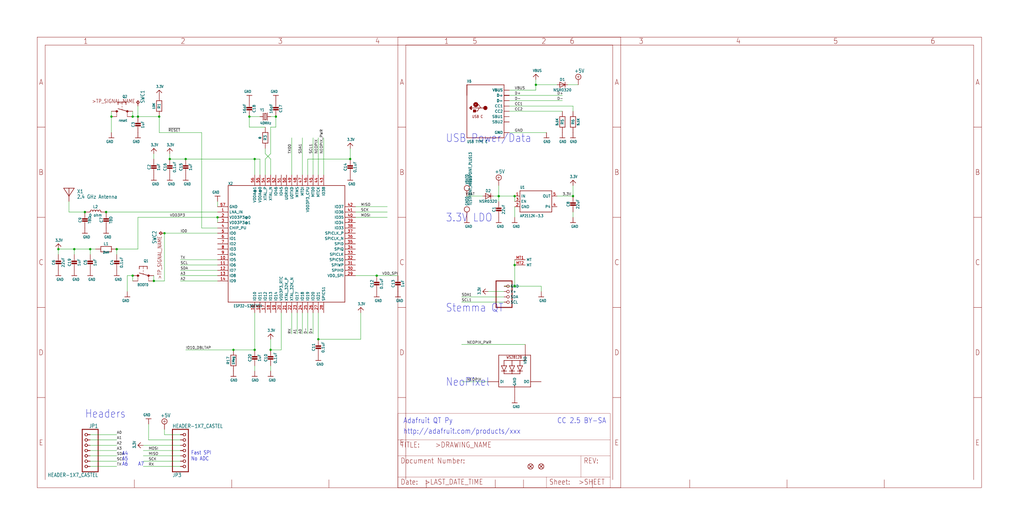
<source format=kicad_sch>
(kicad_sch (version 20211123) (generator eeschema)
  (paper "User" 490.22 254.406)
  (lib_symbols
    (symbol "eagleSchem-eagle-import:+5V" (power)
      (property "Value" "+5V" (at -1.905 3.175 0))
      (symbol "+5V_1_0"
        (pin power_in line (at 0 -2.54 90) (length 2.54) (name "+5V") (number "1"))
      )
    )
    (symbol "eagleSchem-eagle-import:3.3V" (power)
      (property "Value" "3.3V" (at -1.524 1.016 0))
      (symbol "3.3V_1_0"
        (pin power_in line (at 0 -2.54 90) (length 2.54) (name "3.3V") (number "1"))
      )
    )
    (symbol "eagleSchem-eagle-import:ANTENNA_JOHANSON_2450AT18B100"
      (property "Reference" "X" (at 3.81 1.27 0))
      (property "Value" "ANTENNA_JOHANSON_2450AT18B100" (at 3.81 -1.27 0))
      (symbol "ANTENNA_JOHANSON_2450AT18B100_1_0"
        (pin passive line (at 0 -2.54 90) (length 2.54) (name "P$1") (number "FP"))
      )
    )
    (symbol "eagleSchem-eagle-import:CAP_CERAMIC0805-NOOUTLINE"
      (property "Reference" "C" (at -2.29 1.25 90))
      (property "Value" "CAP_CERAMIC0805-NOOUTLINE" (at 2.3 1.25 90))
      (symbol "CAP_CERAMIC0805-NOOUTLINE_1_0"
        (pin passive line (at 0 5.08 270) (length 2.54) (name "1") (number "1"))
        (pin passive line (at 0 -2.54 90) (length 2.54) (name "2") (number "2"))
      )
    )
    (symbol "eagleSchem-eagle-import:CAP_CERAMIC_0402NO"
      (property "Reference" "C" (at -2.29 1.25 90))
      (property "Value" "CAP_CERAMIC_0402NO" (at 2.3 1.25 90))
      (symbol "CAP_CERAMIC_0402NO_1_0"
        (pin passive line (at 0 5.08 270) (length 2.54) (name "1") (number "1"))
        (pin passive line (at 0 -2.54 90) (length 2.54) (name "2") (number "2"))
      )
    )
    (symbol "eagleSchem-eagle-import:CRYSTAL_2X1.6MM"
      (property "Reference" "Y" (at -2.54 2.54 0))
      (property "Value" "CRYSTAL_2X1.6MM" (at -2.54 -3.81 0))
      (symbol "CRYSTAL_2X1.6MM_1_0"
        (pin passive line (at -2.54 0 0) (length 0) (name "1") (number "1"))
        (pin passive line (at 2.54 0 180) (length 0) (name "2") (number "3"))
      )
    )
    (symbol "eagleSchem-eagle-import:DIODE_SOD323MINI"
      (property "Reference" "D" (at 0 2.54 0))
      (property "Value" "DIODE_SOD323MINI" (at 0 -2.5 0))
      (symbol "DIODE_SOD323MINI_1_0"
        (pin passive line (at -2.54 0 0) (length 2.54) (name "A") (number "A"))
        (pin passive line (at 2.54 0 180) (length 2.54) (name "C") (number "C"))
      )
    )
    (symbol "eagleSchem-eagle-import:ESP32-S3QFN54"
      (property "Reference" "X" (at -27.94 28.194 0))
      (property "Value" "ESP32-S3QFN54" (at -25.4 -30.48 0))
      (symbol "ESP32-S3QFN54_1_0"
        (pin bidirectional line (at -33.02 15.24 0) (length 5.08) (name "LNA_IN") (number "1"))
        (pin bidirectional line (at -33.02 -7.62 0) (length 5.08) (name "IO5") (number "10"))
        (pin bidirectional line (at -33.02 -10.16 0) (length 5.08) (name "IO6") (number "11"))
        (pin bidirectional line (at -33.02 -12.7 0) (length 5.08) (name "IO7") (number "12"))
        (pin bidirectional line (at -33.02 -15.24 0) (length 5.08) (name "IO8") (number "13"))
        (pin bidirectional line (at -33.02 -17.78 0) (length 5.08) (name "IO9") (number "14"))
        (pin bidirectional line (at -15.24 -33.02 90) (length 5.08) (name "IO10") (number "15"))
        (pin bidirectional line (at -12.7 -33.02 90) (length 5.08) (name "IO11") (number "16"))
        (pin bidirectional line (at -10.16 -33.02 90) (length 5.08) (name "IO12") (number "17"))
        (pin bidirectional line (at -7.62 -33.02 90) (length 5.08) (name "IO13") (number "18"))
        (pin bidirectional line (at -5.08 -33.02 90) (length 5.08) (name "IO14") (number "19"))
        (pin power_in line (at -33.02 12.7 0) (length 5.08) (name "VDD3P3@0") (number "2"))
        (pin power_in line (at -2.54 -33.02 90) (length 5.08) (name "VDD3P3_RTC") (number "20"))
        (pin bidirectional line (at 0 -33.02 90) (length 5.08) (name "XTAL_32K_P") (number "21"))
        (pin bidirectional line (at 2.54 -33.02 90) (length 5.08) (name "XTAL_32K_N") (number "22"))
        (pin bidirectional line (at 5.08 -33.02 90) (length 5.08) (name "IO17") (number "23"))
        (pin bidirectional line (at 7.62 -33.02 90) (length 5.08) (name "IO18") (number "24"))
        (pin bidirectional line (at 10.16 -33.02 90) (length 5.08) (name "IO19") (number "25"))
        (pin bidirectional line (at 12.7 -33.02 90) (length 5.08) (name "IO20") (number "26"))
        (pin bidirectional line (at 15.24 -33.02 90) (length 5.08) (name "IO21") (number "27"))
        (pin bidirectional line (at 17.78 -33.02 90) (length 5.08) (name "SPICS1") (number "28"))
        (pin power_in line (at 33.02 -15.24 180) (length 5.08) (name "VDD_SPI") (number "29"))
        (pin power_in line (at -33.02 10.16 0) (length 5.08) (name "VDD3P3@1") (number "3"))
        (pin bidirectional line (at 33.02 -12.7 180) (length 5.08) (name "SPIHD") (number "30"))
        (pin bidirectional line (at 33.02 -10.16 180) (length 5.08) (name "SPIWP") (number "31"))
        (pin bidirectional line (at 33.02 -7.62 180) (length 5.08) (name "SPICS0") (number "32"))
        (pin bidirectional line (at 33.02 -5.08 180) (length 5.08) (name "SPICLK") (number "33"))
        (pin bidirectional line (at 33.02 -2.54 180) (length 5.08) (name "SPIQ") (number "34"))
        (pin bidirectional line (at 33.02 0 180) (length 5.08) (name "SPID") (number "35"))
        (pin bidirectional line (at 33.02 2.54 180) (length 5.08) (name "SPICLK_N") (number "36"))
        (pin bidirectional line (at 33.02 5.08 180) (length 5.08) (name "SPICLK_P") (number "37"))
        (pin bidirectional line (at 33.02 7.62 180) (length 5.08) (name "IO33") (number "38"))
        (pin bidirectional line (at 33.02 10.16 180) (length 5.08) (name "IO34") (number "39"))
        (pin input line (at -33.02 7.62 0) (length 5.08) (name "CHIP_PU") (number "4"))
        (pin bidirectional line (at 33.02 12.7 180) (length 5.08) (name "IO35") (number "40"))
        (pin bidirectional line (at 33.02 15.24 180) (length 5.08) (name "IO36") (number "41"))
        (pin bidirectional line (at 33.02 17.78 180) (length 5.08) (name "IO37") (number "42"))
        (pin bidirectional line (at 17.78 33.02 270) (length 5.08) (name "IO38") (number "43"))
        (pin bidirectional line (at 15.24 33.02 270) (length 5.08) (name "MTCK") (number "44"))
        (pin bidirectional line (at 12.7 33.02 270) (length 5.08) (name "MTD0") (number "45"))
        (pin power_in line (at 10.16 33.02 270) (length 5.08) (name "VDD3P3_CPU") (number "46"))
        (pin bidirectional line (at 7.62 33.02 270) (length 5.08) (name "MTDI") (number "47"))
        (pin bidirectional line (at 5.08 33.02 270) (length 5.08) (name "MTMS") (number "48"))
        (pin bidirectional line (at 2.54 33.02 270) (length 5.08) (name "U0TXD") (number "49"))
        (pin bidirectional line (at -33.02 5.08 0) (length 5.08) (name "IO0") (number "5"))
        (pin bidirectional line (at 0 33.02 270) (length 5.08) (name "U0RXD") (number "50"))
        (pin bidirectional line (at -2.54 33.02 270) (length 5.08) (name "IO45") (number "51"))
        (pin input line (at -5.08 33.02 270) (length 5.08) (name "IO46") (number "52"))
        (pin bidirectional line (at -7.62 33.02 270) (length 5.08) (name "XTAL_N") (number "53"))
        (pin bidirectional line (at -10.16 33.02 270) (length 5.08) (name "XTAL_P") (number "54"))
        (pin power_in line (at -12.7 33.02 270) (length 5.08) (name "VDDA@0") (number "55"))
        (pin power_in line (at -15.24 33.02 270) (length 5.08) (name "VDDA@1") (number "56"))
        (pin power_in line (at -33.02 17.78 0) (length 5.08) (name "GND") (number "57"))
        (pin bidirectional line (at -33.02 2.54 0) (length 5.08) (name "IO1") (number "6"))
        (pin bidirectional line (at -33.02 0 0) (length 5.08) (name "IO2") (number "7"))
        (pin bidirectional line (at -33.02 -2.54 0) (length 5.08) (name "IO3") (number "8"))
        (pin bidirectional line (at -33.02 -5.08 0) (length 5.08) (name "IO4") (number "9"))
      )
    )
    (symbol "eagleSchem-eagle-import:FIDUCIAL_1MM")
    (symbol "eagleSchem-eagle-import:FRAME_A_L"
      (symbol "FRAME_A_L_0_0"
        (text "1" (at 23.2833 213.995 0) (effects (font (size 2.54 2.286))))
        (text "2" (at 69.85 213.995 0) (effects (font (size 2.54 2.286))))
        (text "3" (at 116.4167 213.995 0) (effects (font (size 2.54 2.286))))
        (text "4" (at 162.9833 213.995 0) (effects (font (size 2.54 2.286))))
        (text "5" (at 209.55 213.995 0) (effects (font (size 2.54 2.286))))
        (text "6" (at 256.1167 213.995 0) (effects (font (size 2.54 2.286))))
        (text "A" (at 1.905 194.31 0) (effects (font (size 2.54 2.286))))
        (text "A" (at 277.495 194.31 0) (effects (font (size 2.54 2.286))))
        (text "B" (at 1.905 151.13 0) (effects (font (size 2.54 2.286))))
        (text "B" (at 277.495 151.13 0) (effects (font (size 2.54 2.286))))
        (text "C" (at 1.905 107.95 0) (effects (font (size 2.54 2.286))))
        (text "C" (at 277.495 107.95 0) (effects (font (size 2.54 2.286))))
        (text "D" (at 1.905 64.77 0) (effects (font (size 2.54 2.286))))
        (text "D" (at 277.495 64.77 0) (effects (font (size 2.54 2.286))))
        (text "E" (at 1.905 21.59 0) (effects (font (size 2.54 2.286))))
        (text "E" (at 277.495 21.59 0) (effects (font (size 2.54 2.286))))
      )
      (symbol "FRAME_A_L_2_0"
        (text ">DRAWING_NAME" (at 17.78 19.05 0) (effects (font (size 2.54 2.159)) (justify left bottom)))
        (text ">LAST_DATE_TIME" (at 12.7 1.27 0) (effects (font (size 2.54 2.159)) (justify left bottom)))
        (text ">SHEET" (at 86.36 1.27 0) (effects (font (size 2.54 2.159)) (justify left bottom)))
        (text "Date:" (at 1.27 1.27 0) (effects (font (size 2.54 2.159)) (justify left bottom)))
        (text "Document Number:" (at 1.27 11.43 0) (effects (font (size 2.54 2.159)) (justify left bottom)))
        (text "REV:" (at 88.9 11.43 0) (effects (font (size 2.54 2.159)) (justify left bottom)))
        (text "Sheet:" (at 72.39 1.27 0) (effects (font (size 2.54 2.159)) (justify left bottom)))
        (text "TITLE:" (at 1.27 19.05 0) (effects (font (size 2.54 2.159)) (justify left bottom)))
      )
    )
    (symbol "eagleSchem-eagle-import:GND" (power)
      (property "Value" "GND" (at -1.524 -2.54 0))
      (symbol "GND_1_0"
        (pin power_in line (at 0 2.54 270) (length 2.54) (name "GND") (number "1"))
      )
    )
    (symbol "eagleSchem-eagle-import:HEADER-1X7_CASTEL"
      (property "Reference" "JP" (at -6.35 10.795 0))
      (property "Value" "HEADER-1X7_CASTEL" (at -6.35 -12.7 0))
      (symbol "HEADER-1X7_CASTEL_1_0"
        (pin passive inverted (at -2.54 7.62 0) (length 2.54) (name "1") (number "1"))
        (pin passive inverted (at -2.54 7.62 0) (length 2.54) (name "1") (number "1C"))
        (pin passive inverted (at -2.54 5.08 0) (length 2.54) (name "2") (number "2"))
        (pin passive inverted (at -2.54 5.08 0) (length 2.54) (name "2") (number "2C"))
        (pin passive inverted (at -2.54 2.54 0) (length 2.54) (name "3") (number "3"))
        (pin passive inverted (at -2.54 2.54 0) (length 2.54) (name "3") (number "3C"))
        (pin passive inverted (at -2.54 0 0) (length 2.54) (name "4") (number "4"))
        (pin passive inverted (at -2.54 0 0) (length 2.54) (name "4") (number "4C"))
        (pin passive inverted (at -2.54 -2.54 0) (length 2.54) (name "5") (number "5"))
        (pin passive inverted (at -2.54 -2.54 0) (length 2.54) (name "5") (number "5C"))
        (pin passive inverted (at -2.54 -5.08 0) (length 2.54) (name "6") (number "6"))
        (pin passive inverted (at -2.54 -5.08 0) (length 2.54) (name "6") (number "6C"))
        (pin passive inverted (at -2.54 -7.62 0) (length 2.54) (name "7") (number "7"))
        (pin passive inverted (at -2.54 -7.62 0) (length 2.54) (name "7") (number "7C"))
      )
    )
    (symbol "eagleSchem-eagle-import:INDUCTOR_0402"
      (property "Reference" "L" (at 0 2.54 0))
      (property "Value" "INDUCTOR_0402" (at 0 -1.54 0))
      (symbol "INDUCTOR_0402_1_0"
        (pin passive line (at -5.08 0 0) (length 2.54) (name "1") (number "1"))
        (pin passive line (at 5.08 0 180) (length 2.54) (name "2") (number "2"))
      )
    )
    (symbol "eagleSchem-eagle-import:RESISTOR_0402NO"
      (property "Reference" "R" (at 0 2.54 0))
      (property "Value" "RESISTOR_0402NO" (at 0 0 0))
      (symbol "RESISTOR_0402NO_1_0"
        (pin passive line (at -5.08 0 0) (length 2.54) (name "1") (number "1"))
        (pin passive line (at 5.08 0 180) (length 2.54) (name "2") (number "2"))
      )
    )
    (symbol "eagleSchem-eagle-import:STEMMA_I2C_QTSKINNY"
      (symbol "STEMMA_I2C_QTSKINNY_1_0"
        (pin passive inverted (at 0 5.08 0) (length 2.54) (name "GND") (number "1"))
        (pin passive inverted (at 0 2.54 0) (length 2.54) (name "V+") (number "2"))
        (pin passive inverted (at 0 0 0) (length 2.54) (name "SDA") (number "3"))
        (pin passive inverted (at 0 -2.54 0) (length 2.54) (name "SCL") (number "4"))
      )
      (symbol "STEMMA_I2C_QTSKINNY_2_0"
        (pin bidirectional line (at 0 0 0) (length 5.08) (name "MT") (number "MT1"))
      )
      (symbol "STEMMA_I2C_QTSKINNY_3_0"
        (pin bidirectional line (at 0 0 0) (length 5.08) (name "MT") (number "MT2"))
      )
    )
    (symbol "eagleSchem-eagle-import:SWITCH_TACT_SMT4.6X2.8"
      (property "Reference" "SW" (at -2.54 6.35 0))
      (property "Value" "SWITCH_TACT_SMT4.6X2.8" (at -2.54 -5.08 0))
      (symbol "SWITCH_TACT_SMT4.6X2.8_1_0"
        (pin passive line (at -5.08 0 0) (length 2.54) (name "P") (number "A"))
        (pin passive line (at -5.08 -2.54 0) (length 2.54) (name "P1") (number "A'"))
        (pin passive line (at 5.08 0 180) (length 2.54) (name "S") (number "B"))
        (pin passive line (at 5.08 -2.54 180) (length 2.54) (name "S1") (number "B'"))
      )
    )
    (symbol "eagleSchem-eagle-import:TESTPOINT_MINUS"
      (property "Reference" "TP" (at 0 5.588 90))
      (property "Value" "TESTPOINT_MINUS" (at 1.651 5.588 90))
      (symbol "TESTPOINT_MINUS_1_0"
        (pin bidirectional line (at 0 0 90) (length 2.54) (name "P$1") (number "P$1"))
      )
    )
    (symbol "eagleSchem-eagle-import:TESTPOINT_PLUS13"
      (property "Reference" "TP" (at 0 5.588 90))
      (property "Value" "TESTPOINT_PLUS13" (at 1.651 5.588 90))
      (symbol "TESTPOINT_PLUS13_1_0"
        (pin bidirectional line (at 0 0 90) (length 2.54) (name "P$1") (number "P$1"))
      )
    )
    (symbol "eagleSchem-eagle-import:TPB1,27"
      (property "Reference" "TP" (at -1.27 1.27 0))
      (symbol "TPB1,27_1_0"
        (text ">TP_SIGNAL_NAME" (at 1.27 -1.27 0) (effects (font (size 1.778 1.5113)) (justify left bottom)))
        (pin input line (at 0 -2.54 90) (length 2.54) (name "TP") (number "TP"))
      )
    )
    (symbol "eagleSchem-eagle-import:USB_C"
      (property "Reference" "X" (at -10.16 13.716 0))
      (property "Value" "USB_C" (at -10.16 -15.24 0))
      (symbol "USB_C_1_0"
        (text "USB C" (at -5.08 -2.54 0) (effects (font (size 1.27 1.0795))))
        (pin power_in line (at 10.16 -10.16 180) (length 2.54) (name "GND") (number "A1B12"))
        (pin power_in line (at 10.16 10.16 180) (length 2.54) (name "VBUS") (number "A4B9"))
        (pin bidirectional line (at 10.16 2.54 180) (length 2.54) (name "CC1") (number "A5"))
        (pin bidirectional line (at 10.16 7.62 180) (length 2.54) (name "D+") (number "A6"))
        (pin bidirectional line (at 10.16 5.08 180) (length 2.54) (name "D-") (number "A7"))
        (pin bidirectional line (at 10.16 -2.54 180) (length 2.54) (name "SBU1") (number "A8"))
        (pin power_in line (at 10.16 -10.16 180) (length 2.54) (name "GND") (number "B1A12"))
        (pin power_in line (at 10.16 10.16 180) (length 2.54) (name "VBUS") (number "B4A9"))
        (pin bidirectional line (at 10.16 0 180) (length 2.54) (name "CC2") (number "B5"))
        (pin bidirectional line (at 10.16 7.62 180) (length 2.54) (name "D+") (number "B6"))
        (pin bidirectional line (at 10.16 5.08 180) (length 2.54) (name "D-") (number "B7"))
        (pin bidirectional line (at 10.16 -5.08 180) (length 2.54) (name "SBU2") (number "B8"))
      )
    )
    (symbol "eagleSchem-eagle-import:VBUS" (power)
      (property "Value" "VBUS" (at -1.524 1.016 0))
      (symbol "VBUS_1_0"
        (pin power_in line (at 0 -2.54 90) (length 2.54) (name "VBUS") (number "1"))
      )
    )
    (symbol "eagleSchem-eagle-import:VREG_SOT23-5"
      (property "Reference" "U" (at -7.62 6.096 0))
      (property "Value" "VREG_SOT23-5" (at -7.62 -7.62 0))
      (symbol "VREG_SOT23-5_1_0"
        (pin power_in line (at -10.16 2.54 0) (length 2.54) (name "IN") (number "1"))
        (pin power_in line (at -10.16 -2.54 0) (length 2.54) (name "GND") (number "2"))
        (pin input line (at -10.16 0 0) (length 2.54) (name "EN") (number "3"))
        (pin bidirectional line (at 10.16 -2.54 180) (length 2.54) (name "P4") (number "4"))
        (pin power_in line (at 10.16 2.54 180) (length 2.54) (name "OUT") (number "5"))
      )
    )
    (symbol "eagleSchem-eagle-import:WS2812B_SK6805_1515"
      (symbol "WS2812B_SK6805_1515_1_0"
        (text "WS2812B" (at -4.064 8.382 0) (effects (font (size 1.27 1.0795)) (justify left bottom)))
        (pin input line (at -12.7 -2.54 0) (length 5.08) (name "DI") (number "1"))
        (pin power_in line (at 5.08 15.24 270) (length 5.08) (name "VDD") (number "2"))
        (pin output line (at 12.7 -2.54 180) (length 5.08) (name "DO") (number "3"))
        (pin power_in line (at 0 -10.16 90) (length 5.08) (name "GND") (number "4"))
      )
    )
  )
  (junction (at 180.34 132.08))
  (junction (at 53.34 55.88))
  (junction (at 73.66 134.62))
  (junction (at 246.38 127))
  (junction (at 63.5 132.08))
  (junction (at 88.9 76.2))
  (junction (at 246.38 137.16))
  (junction (at 27.94 119.38))
  (junction (at 40.64 101.6))
  (junction (at 129.54 167.64))
  (junction (at 274.32 93.98))
  (junction (at 78.74 111.76))
  (junction (at 43.18 119.38))
  (junction (at 238.76 93.98))
  (junction (at 119.38 55.88))
  (junction (at 50.8 101.6))
  (junction (at 111.76 167.64))
  (junction (at 167.64 76.2))
  (junction (at 256.54 40.64))
  (junction (at 66.04 55.88))
  (junction (at 55.88 119.38))
  (junction (at 121.92 76.2))
  (junction (at 132.08 55.88))
  (junction (at 152.4 162.56))
  (junction (at 76.2 55.88))
  (junction (at 63.5 55.88))
  (junction (at 246.38 93.98))
  (junction (at 35.56 119.38))
  (junction (at 81.28 76.2))
  (junction (at 121.92 167.64))
  (junction (at 104.14 104.14))
  (wire (pts (xy 149.86 160.02) (xy 149.86 149.86)))
  (wire (pts (xy 104.14 99.06) (xy 104.14 96.52)))
  (wire (pts (xy 147.32 83.82) (xy 147.32 76.2)))
  (wire (pts (xy 86.36 213.36) (xy 68.58 213.36)))
  (wire (pts (xy 274.32 104.14) (xy 274.32 101.6)))
  (wire (pts (xy 144.78 83.82) (xy 144.78 66.04)))
  (wire (pts (xy 170.18 132.08) (xy 180.34 132.08)))
  (wire (pts (xy 259.08 137.16) (xy 259.08 139.7)))
  (wire (pts (xy 66.04 55.88) (xy 76.2 55.88)))
  (wire (pts (xy 111.76 167.64) (xy 88.9 167.64)))
  (wire (pts (xy 55.88 208.28) (xy 43.18 208.28)))
  (wire (pts (xy 86.36 134.62) (xy 104.14 134.62)))
  (wire (pts (xy 86.36 215.9) (xy 68.58 215.9)))
  (wire (pts (xy 129.54 162.56) (xy 129.54 167.64)))
  (wire (pts (xy 134.62 167.64) (xy 134.62 149.86)))
  (wire (pts (xy 142.24 160.02) (xy 142.24 149.86)))
  (wire (pts (xy 246.38 137.16) (xy 259.08 137.16)))
  (wire (pts (xy 43.18 210.82) (xy 55.88 210.82)))
  (wire (pts (xy 127 76.2) (xy 127 83.82)))
  (wire (pts (xy 243.84 48.26) (xy 269.24 48.26)))
  (wire (pts (xy 274.32 88.9) (xy 274.32 93.98)))
  (wire (pts (xy 43.18 215.9) (xy 55.88 215.9)))
  (wire (pts (xy 243.84 50.8) (xy 274.32 50.8)))
  (wire (pts (xy 132.08 60.96) (xy 132.08 55.88)))
  (wire (pts (xy 241.3 139.7) (xy 233.68 139.7)))
  (wire (pts (xy 55.88 213.36) (xy 43.18 213.36)))
  (wire (pts (xy 96.52 109.22) (xy 96.52 63.5)))
  (wire (pts (xy 129.54 60.96) (xy 129.54 73.66)))
  (wire (pts (xy 66.04 50.8) (xy 66.04 55.88)))
  (wire (pts (xy 152.4 83.82) (xy 152.4 66.04)))
  (wire (pts (xy 73.66 132.08) (xy 73.66 134.62)))
  (wire (pts (xy 121.92 83.82) (xy 121.92 76.2)))
  (wire (pts (xy 236.22 93.98) (xy 238.76 93.98)))
  (wire (pts (xy 251.46 165.1) (xy 220.98 165.1)))
  (wire (pts (xy 78.74 134.62) (xy 78.74 111.76)))
  (wire (pts (xy 43.18 223.52) (xy 55.88 223.52)))
  (wire (pts (xy 241.3 142.24) (xy 220.98 142.24)))
  (wire (pts (xy 86.36 129.54) (xy 104.14 129.54)))
  (wire (pts (xy 132.08 55.88) (xy 129.54 55.88)))
  (wire (pts (xy 73.66 134.62) (xy 78.74 134.62)))
  (wire (pts (xy 172.72 162.56) (xy 172.72 149.86)))
  (wire (pts (xy 111.76 167.64) (xy 121.92 167.64)))
  (wire (pts (xy 241.3 137.16) (xy 246.38 137.16)))
  (wire (pts (xy 246.38 127) (xy 246.38 137.16)))
  (wire (pts (xy 124.46 55.88) (xy 119.38 55.88)))
  (wire (pts (xy 66.04 119.38) (xy 55.88 119.38)))
  (wire (pts (xy 53.34 63.5) (xy 53.34 55.88)))
  (wire (pts (xy 274.32 50.8) (xy 274.32 53.34)))
  (wire (pts (xy 243.84 45.72) (xy 269.24 45.72)))
  (wire (pts (xy 152.4 149.86) (xy 152.4 162.56)))
  (wire (pts (xy 243.84 53.34) (xy 269.24 53.34)))
  (wire (pts (xy 256.54 40.64) (xy 266.7 40.64)))
  (wire (pts (xy 86.36 210.82) (xy 71.12 210.82)))
  (wire (pts (xy 86.36 132.08) (xy 104.14 132.08)))
  (wire (pts (xy 76.2 55.88) (xy 76.2 63.5)))
  (wire (pts (xy 86.36 220.98) (xy 68.58 220.98)))
  (wire (pts (xy 104.14 109.22) (xy 96.52 109.22)))
  (wire (pts (xy 63.5 55.88) (xy 66.04 55.88)))
  (wire (pts (xy 81.28 76.2) (xy 88.9 76.2)))
  (wire (pts (xy 152.4 162.56) (xy 172.72 162.56)))
  (wire (pts (xy 63.5 55.88) (xy 63.5 53.34)))
  (wire (pts (xy 170.18 99.06) (xy 185.42 99.06)))
  (wire (pts (xy 73.66 73.66) (xy 73.66 76.2)))
  (wire (pts (xy 104.14 111.76) (xy 78.74 111.76)))
  (wire (pts (xy 127 73.66) (xy 129.54 76.2)))
  (wire (pts (xy 124.46 76.2) (xy 124.46 83.82)))
  (wire (pts (xy 139.7 83.82) (xy 139.7 66.04)))
  (wire (pts (xy 60.96 132.08) (xy 63.5 132.08)))
  (wire (pts (xy 60.96 139.7) (xy 60.96 132.08)))
  (wire (pts (xy 55.88 218.44) (xy 43.18 218.44)))
  (wire (pts (xy 63.5 134.62) (xy 63.5 132.08)))
  (wire (pts (xy 129.54 60.96) (xy 132.08 60.96)))
  (wire (pts (xy 256.54 38.1) (xy 256.54 40.64)))
  (wire (pts (xy 66.04 104.14) (xy 66.04 119.38)))
  (wire (pts (xy 121.92 76.2) (xy 124.46 76.2)))
  (wire (pts (xy 86.36 208.28) (xy 78.74 208.28)))
  (wire (pts (xy 104.14 104.14) (xy 104.14 106.68)))
  (wire (pts (xy 121.92 149.86) (xy 121.92 167.64)))
  (wire (pts (xy 81.28 73.66) (xy 81.28 76.2)))
  (wire (pts (xy 35.56 119.38) (xy 27.94 119.38)))
  (wire (pts (xy 170.18 104.14) (xy 185.42 104.14)))
  (wire (pts (xy 246.38 96.52) (xy 246.38 93.98)))
  (wire (pts (xy 86.36 218.44) (xy 68.58 218.44)))
  (wire (pts (xy 55.88 119.38) (xy 55.88 121.92)))
  (wire (pts (xy 167.64 76.2) (xy 167.64 71.12)))
  (wire (pts (xy 50.8 101.6) (xy 104.14 101.6)))
  (wire (pts (xy 53.34 53.34) (xy 53.34 55.88)))
  (wire (pts (xy 261.62 63.5) (xy 243.84 63.5)))
  (wire (pts (xy 86.36 124.46) (xy 104.14 124.46)))
  (wire (pts (xy 129.54 167.64) (xy 134.62 167.64)))
  (wire (pts (xy 241.3 144.78) (xy 220.98 144.78)))
  (wire (pts (xy 127 71.12) (xy 127 73.66)))
  (wire (pts (xy 246.38 124.46) (xy 246.38 127)))
  (wire (pts (xy 256.54 43.18) (xy 243.84 43.18)))
  (wire (pts (xy 127 60.96) (xy 119.38 60.96)))
  (wire (pts (xy 271.78 40.64) (xy 276.86 40.64)))
  (wire (pts (xy 170.18 101.6) (xy 185.42 101.6)))
  (wire (pts (xy 266.7 93.98) (xy 274.32 93.98)))
  (wire (pts (xy 180.34 132.08) (xy 190.5 132.08)))
  (wire (pts (xy 43.18 119.38) (xy 35.56 119.38)))
  (wire (pts (xy 71.12 210.82) (xy 71.12 203.2)))
  (wire (pts (xy 88.9 76.2) (xy 121.92 76.2)))
  (wire (pts (xy 233.68 182.88) (xy 220.98 182.88)))
  (wire (pts (xy 119.38 60.96) (xy 119.38 55.88)))
  (wire (pts (xy 27.94 121.92) (xy 27.94 119.38)))
  (wire (pts (xy 76.2 63.5) (xy 96.52 63.5)))
  (wire (pts (xy 35.56 121.92) (xy 35.56 119.38)))
  (wire (pts (xy 129.54 73.66) (xy 127 76.2)))
  (wire (pts (xy 147.32 160.02) (xy 147.32 149.86)))
  (wire (pts (xy 238.76 96.52) (xy 238.76 93.98)))
  (wire (pts (xy 223.52 93.98) (xy 231.14 93.98)))
  (wire (pts (xy 246.38 99.06) (xy 246.38 104.14)))
  (wire (pts (xy 86.36 127) (xy 104.14 127)))
  (wire (pts (xy 238.76 93.98) (xy 246.38 93.98)))
  (wire (pts (xy 256.54 40.64) (xy 256.54 43.18)))
  (wire (pts (xy 139.7 149.86) (xy 139.7 160.02)))
  (wire (pts (xy 147.32 76.2) (xy 167.64 76.2)))
  (wire (pts (xy 43.18 220.98) (xy 55.88 220.98)))
  (wire (pts (xy 86.36 223.52) (xy 68.58 223.52)))
  (wire (pts (xy 149.86 66.04) (xy 149.86 83.82)))
  (wire (pts (xy 144.78 160.02) (xy 144.78 149.86)))
  (wire (pts (xy 154.94 83.82) (xy 154.94 66.04)))
  (wire (pts (xy 129.54 177.8) (xy 129.54 175.26)))
  (wire (pts (xy 78.74 208.28) (xy 78.74 205.74)))
  (wire (pts (xy 121.92 177.8) (xy 121.92 175.26)))
  (wire (pts (xy 238.76 88.9) (xy 238.76 93.98)))
  (wire (pts (xy 40.64 101.6) (xy 33.02 101.6)))
  (wire (pts (xy 43.18 121.92) (xy 43.18 119.38)))
  (wire (pts (xy 45.72 119.38) (xy 43.18 119.38)))
  (wire (pts (xy 66.04 104.14) (xy 104.14 104.14)))
  (wire (pts (xy 33.02 101.6) (xy 33.02 96.52)))
  (wire (pts (xy 129.54 76.2) (xy 129.54 83.82)))
  (text "Stemma QT" (at 213.36 149.86 180) (effects (font (size 3.81 3.2385)) (justify left bottom)))
  (text "A4" (at 58.42 218.44 180) (effects (font (size 1.778 1.5113)) (justify left bottom)))
  (text "NeoPixel" (at 213.36 185.42 180) (effects (font (size 3.81 3.2385)) (justify left bottom)))
  (text "A6" (at 58.42 223.52 180) (effects (font (size 1.778 1.5113)) (justify left bottom)))
  (text "USB Power/Data" (at 213.36 68.58 180) (effects (font (size 3.81 3.2385)) (justify left bottom)))
  (text "Headers" (at 40.64 200.66 180) (effects (font (size 3.81 3.2385)) (justify left bottom)))
  (text "Fast SPI\nNo ADC" (at 91.44 220.98 180) (effects (font (size 1.778 1.5113)) (justify left bottom)))
  (text "A5" (at 58.42 220.98 180) (effects (font (size 1.778 1.5113)) (justify left bottom)))
  (text "http://adafruit.com/products/xxx" (at 193.04 208.28 180) (effects (font (size 2.54 2.159)) (justify left bottom)))
  (text "Adafruit QT Py" (at 193.04 203.2 180) (effects (font (size 2.54 2.159)) (justify left bottom)))
  (text "A7" (at 66.04 223.52 180) (effects (font (size 1.778 1.5113)) (justify left bottom)))
  (text "CC 2.5 BY-SA" (at 266.7 203.2 180) (effects (font (size 2.54 2.159)) (justify left bottom)))
  (text "3.3V LDO" (at 213.36 106.68 180) (effects (font (size 3.81 3.2385)) (justify left bottom)))
  (label "~{RESET}" (at 86.36 63.5 180) (effects (font (size 1.2446 1.2446))))
  (label "TX00" (at 139.7 73.66 90) (effects (font (size 1.2446 1.2446))))
  (label "MOSI" (at 71.12 215.9 0) (effects (font (size 1.2446 1.2446))))
  (label "SCL" (at 55.88 220.98 0) (effects (font (size 1.2446 1.2446))))
  (label "SDA1" (at 220.98 142.24 0) (effects (font (size 1.2446 1.2446))))
  (label "VDD3P3" (at 81.28 104.14 0) (effects (font (size 1.2446 1.2446))))
  (label "VBUS" (at 246.38 43.18 0) (effects (font (size 1.2446 1.2446))))
  (label "TX" (at 86.36 124.46 0) (effects (font (size 1.2446 1.2446))))
  (label "TX" (at 55.88 223.52 0) (effects (font (size 1.2446 1.2446))))
  (label "D+" (at 266.7 45.72 0) (effects (font (size 1.2446 1.2446))))
  (label "NEOPIX" (at 223.52 182.88 0) (effects (font (size 1.2446 1.2446))))
  (label "A2" (at 55.88 213.36 0) (effects (font (size 1.2446 1.2446))))
  (label "A0" (at 144.78 160.02 90) (effects (font (size 1.2446 1.2446))))
  (label "D-" (at 246.38 48.26 0) (effects (font (size 1.2446 1.2446))))
  (label "A2" (at 86.36 134.62 0) (effects (font (size 1.2446 1.2446))))
  (label "SCK" (at 172.72 101.6 0) (effects (font (size 1.2446 1.2446))))
  (label "GND" (at 246.38 63.5 0) (effects (font (size 1.2446 1.2446))))
  (label "MISO" (at 71.12 218.44 0) (effects (font (size 1.2446 1.2446))))
  (label "CC2" (at 246.38 53.34 0) (effects (font (size 1.2446 1.2446))))
  (label "RX" (at 71.12 223.52 0) (effects (font (size 1.2446 1.2446))))
  (label "D+" (at 149.86 160.02 90) (effects (font (size 1.2446 1.2446))))
  (label "MOSI" (at 172.72 104.14 0) (effects (font (size 1.2446 1.2446))))
  (label "A0" (at 55.88 208.28 0) (effects (font (size 1.2446 1.2446))))
  (label "NEOPIX_PWR" (at 223.52 165.1 0) (effects (font (size 1.2446 1.2446))))
  (label "A1" (at 142.24 160.02 90) (effects (font (size 1.2446 1.2446))))
  (label "VBAT" (at 227.33 93.98 180) (effects (font (size 1.2446 1.2446))))
  (label "SCK" (at 71.12 220.98 0) (effects (font (size 1.2446 1.2446))))
  (label "MISO" (at 172.72 99.06 0) (effects (font (size 1.2446 1.2446))))
  (label "IO0" (at 86.36 111.76 0) (effects (font (size 1.2446 1.2446))))
  (label "SCL1" (at 220.98 144.78 0) (effects (font (size 1.2446 1.2446))))
  (label "SDA" (at 55.88 218.44 0) (effects (font (size 1.2446 1.2446))))
  (label "A3" (at 86.36 132.08 0) (effects (font (size 1.2446 1.2446))))
  (label "D+" (at 246.38 45.72 0) (effects (font (size 1.2446 1.2446))))
  (label "VDD_SPI" (at 182.88 132.08 0) (effects (font (size 1.2446 1.2446))))
  (label "SDA" (at 86.36 129.54 0) (effects (font (size 1.2446 1.2446))))
  (label "3.3V" (at 269.24 93.98 0) (effects (font (size 1.2446 1.2446))))
  (label "CC1" (at 246.38 50.8 0) (effects (font (size 1.2446 1.2446))))
  (label "D-" (at 147.32 160.02 90) (effects (font (size 1.2446 1.2446))))
  (label "NEOPIX_PWR" (at 154.94 73.66 90) (effects (font (size 1.2446 1.2446))))
  (label "SCL1" (at 149.86 73.66 90) (effects (font (size 1.2446 1.2446))))
  (label "SCL" (at 86.36 127 0) (effects (font (size 1.2446 1.2446))))
  (label "NEOPIX" (at 152.4 73.66 90) (effects (font (size 1.2446 1.2446))))
  (label "D-" (at 266.7 48.26 0) (effects (font (size 1.2446 1.2446))))
  (label "A1" (at 55.88 210.82 0) (effects (font (size 1.2446 1.2446))))
  (label "IO10_DBLTAP" (at 88.9 167.64 0) (effects (font (size 1.2446 1.2446))))
  (label "SDA1" (at 144.78 73.66 90) (effects (font (size 1.2446 1.2446))))
  (label "A3" (at 55.88 215.9 0) (effects (font (size 1.2446 1.2446))))
  (label "RX" (at 139.7 160.02 90) (effects (font (size 1.2446 1.2446))))
  (symbol (lib_id "eagleSchem-eagle-import:RESISTOR_0402NO") (at 76.2 50.8 270) (unit 1)
    (property "Reference" "R1" (at 76.2 50.8 0))
    (property "Value" "10K" (at 73.66 50.8 0) (effects (font (size 1.016 1.016) bold)))
    (property "Footprint" "eagleSchem:_0402NO" (effects hide))
  )
  (symbol (lib_id "eagleSchem-eagle-import:CAP_CERAMIC_0402NO") (at 167.64 81.28 0) (unit 1)
    (property "Reference" "C14" (at 165.35 80.03 90))
    (property "Value" "0.1uF" (at 169.94 80.03 90))
    (property "Footprint" "eagleSchem:_0402NO" (effects hide))
  )
  (symbol (lib_id "eagleSchem-eagle-import:GND") (at 40.64 111.76 0) (mirror y) (unit 1)
    (property "Reference" "#GND15" (effects hide))
    (property "Value" "GND" (at 43.18 114.3 0) (effects (font (size 1.27 1.0795)) (justify left bottom)))
    (property "Footprint" "eagleSchem:" (effects hide))
  )
  (symbol (lib_id "eagleSchem-eagle-import:TPB1,27") (at 66.04 48.26 0) (mirror y) (unit 1)
    (property "Reference" "SWC1" (at 67.31 49.53 90) (effects (font (size 1.778 1.5113)) (justify left bottom)))
    (property "Value" "TPB1,27" (effects hide))
    (property "Footprint" "eagleSchem:B1,27" (effects hide))
  )
  (symbol (lib_id "eagleSchem-eagle-import:GND") (at 121.92 180.34 0) (unit 1)
    (property "Reference" "#U$40" (effects hide))
    (property "Value" "GND" (at 120.396 182.88 0) (effects (font (size 1.27 1.0795)) (justify left bottom)))
    (property "Footprint" "eagleSchem:" (effects hide))
  )
  (symbol (lib_id "eagleSchem-eagle-import:GND") (at 73.66 86.36 0) (mirror y) (unit 1)
    (property "Reference" "#GND5" (effects hide))
    (property "Value" "GND" (at 76.2 88.9 0) (effects (font (size 1.27 1.0795)) (justify left bottom)))
    (property "Footprint" "eagleSchem:" (effects hide))
  )
  (symbol (lib_id "eagleSchem-eagle-import:GND") (at 81.28 86.36 0) (mirror y) (unit 1)
    (property "Reference" "#GND23" (effects hide))
    (property "Value" "GND" (at 83.82 88.9 0) (effects (font (size 1.27 1.0795)) (justify left bottom)))
    (property "Footprint" "eagleSchem:" (effects hide))
  )
  (symbol (lib_id "eagleSchem-eagle-import:+5V") (at 238.76 86.36 0) (unit 1)
    (property "Reference" "#SUPPLY1" (effects hide))
    (property "Value" "+5V" (at 236.855 83.185 0) (effects (font (size 1.778 1.5113)) (justify left bottom)))
    (property "Footprint" "eagleSchem:" (effects hide))
  )
  (symbol (lib_id "eagleSchem-eagle-import:GND") (at 66.04 66.04 0) (unit 1)
    (property "Reference" "#GND4" (effects hide))
    (property "Value" "GND" (at 63.5 68.58 0) (effects (font (size 1.27 1.0795)) (justify left bottom)))
    (property "Footprint" "eagleSchem:" (effects hide))
  )
  (symbol (lib_id "eagleSchem-eagle-import:GND") (at 132.08 45.72 0) (mirror x) (unit 1)
    (property "Reference" "#GND26" (effects hide))
    (property "Value" "GND" (at 129.54 43.18 0) (effects (font (size 1.27 1.0795)) (justify left bottom)))
    (property "Footprint" "eagleSchem:" (effects hide))
  )
  (symbol (lib_id "eagleSchem-eagle-import:GND") (at 88.9 86.36 0) (mirror y) (unit 1)
    (property "Reference" "#GND24" (effects hide))
    (property "Value" "GND" (at 91.44 88.9 0) (effects (font (size 1.27 1.0795)) (justify left bottom)))
    (property "Footprint" "eagleSchem:" (effects hide))
  )
  (symbol (lib_id "eagleSchem-eagle-import:GND") (at 27.94 132.08 0) (mirror y) (unit 1)
    (property "Reference" "#GND10" (effects hide))
    (property "Value" "GND" (at 30.48 134.62 0) (effects (font (size 1.27 1.0795)) (justify left bottom)))
    (property "Footprint" "eagleSchem:" (effects hide))
  )
  (symbol (lib_id "eagleSchem-eagle-import:CAP_CERAMIC_0402NO") (at 66.04 60.96 0) (unit 1)
    (property "Reference" "C3" (at 63.75 59.71 90))
    (property "Value" "1uF" (at 68.34 59.71 90))
    (property "Footprint" "eagleSchem:_0402NO" (effects hide))
  )
  (symbol (lib_id "eagleSchem-eagle-import:FIDUCIAL_1MM") (at 259.08 223.52 0) (unit 1)
    (property "Reference" "U$6" (effects hide))
    (property "Value" "FIDUCIAL_1MM" (effects hide))
    (property "Footprint" "eagleSchem:FIDUCIAL_1MM" (effects hide))
  )
  (symbol (lib_id "eagleSchem-eagle-import:+5V") (at 78.74 203.2 0) (unit 1)
    (property "Reference" "#SUPPLY3" (effects hide))
    (property "Value" "+5V" (at 76.835 200.025 0) (effects (font (size 1.778 1.5113)) (justify left bottom)))
    (property "Footprint" "eagleSchem:" (effects hide))
  )
  (symbol (lib_id "eagleSchem-eagle-import:FRAME_A_L") (at 190.5 233.68 0) (unit 2)
    (property "Reference" "#FRAME1" (effects hide))
    (property "Value" "FRAME_A_L" (effects hide))
    (property "Footprint" "eagleSchem:" (effects hide))
  )
  (symbol (lib_id "eagleSchem-eagle-import:CAP_CERAMIC_0402NO") (at 40.64 106.68 0) (unit 1)
    (property "Reference" "C9" (at 38.35 105.43 90))
    (property "Value" "TBD" (at 42.94 105.43 90))
    (property "Footprint" "eagleSchem:_0402NO" (effects hide))
  )
  (symbol (lib_id "eagleSchem-eagle-import:3.3V") (at 167.64 68.58 0) (unit 1)
    (property "Reference" "#U$23" (effects hide))
    (property "Value" "3.3V" (at 166.116 67.564 0) (effects (font (size 1.27 1.0795)) (justify left bottom)))
    (property "Footprint" "eagleSchem:" (effects hide))
  )
  (symbol (lib_id "eagleSchem-eagle-import:GND") (at 261.62 66.04 0) (unit 1)
    (property "Reference" "#U$1" (effects hide))
    (property "Value" "GND" (at 260.096 68.58 0) (effects (font (size 1.27 1.0795)) (justify left bottom)))
    (property "Footprint" "eagleSchem:" (effects hide))
  )
  (symbol (lib_id "eagleSchem-eagle-import:GND") (at 119.38 45.72 0) (mirror x) (unit 1)
    (property "Reference" "#GND25" (effects hide))
    (property "Value" "GND" (at 116.84 43.18 0) (effects (font (size 1.27 1.0795)) (justify left bottom)))
    (property "Footprint" "eagleSchem:" (effects hide))
  )
  (symbol (lib_id "eagleSchem-eagle-import:CAP_CERAMIC_0402NO") (at 81.28 81.28 0) (unit 1)
    (property "Reference" "C16" (at 78.99 80.03 90))
    (property "Value" "0.1uF" (at 83.58 80.03 90))
    (property "Footprint" "eagleSchem:_0402NO" (effects hide))
  )
  (symbol (lib_id "eagleSchem-eagle-import:RESISTOR_0402NO") (at 269.24 58.42 90) (unit 1)
    (property "Reference" "R5" (at 269.24 58.42 0))
    (property "Value" "5.1K" (at 266.7 58.42 0) (effects (font (size 1.016 1.016) bold)))
    (property "Footprint" "eagleSchem:_0402NO" (effects hide))
  )
  (symbol (lib_id "eagleSchem-eagle-import:3.3V") (at 76.2 43.18 0) (unit 1)
    (property "Reference" "#U$4" (effects hide))
    (property "Value" "3.3V" (at 74.676 42.164 0) (effects (font (size 1.27 1.0795)) (justify left bottom)))
    (property "Footprint" "eagleSchem:" (effects hide))
  )
  (symbol (lib_id "eagleSchem-eagle-import:CAP_CERAMIC0805-NOOUTLINE") (at 27.94 127 0) (unit 1)
    (property "Reference" "C6" (at 25.65 125.75 90))
    (property "Value" "22uF" (at 30.24 125.75 90))
    (property "Footprint" "eagleSchem:0805-NO" (effects hide))
  )
  (symbol (lib_id "eagleSchem-eagle-import:USB_C") (at 233.68 53.34 0) (unit 1)
    (property "Reference" "X6" (at 223.52 39.624 0) (effects (font (size 1.27 1.0795)) (justify left bottom)))
    (property "Value" "USB TYPE C" (at 223.52 68.58 0) (effects (font (size 1.27 1.0795)) (justify left bottom)))
    (property "Footprint" "eagleSchem:USB_C_CUSB31-CFM2AX-01-X" (effects hide))
  )
  (symbol (lib_id "eagleSchem-eagle-import:3.3V") (at 231.14 139.7 90) (unit 1)
    (property "Reference" "#U$2" (effects hide))
    (property "Value" "3.3V" (at 230.124 141.224 0) (effects (font (size 1.27 1.0795)) (justify left bottom)))
    (property "Footprint" "eagleSchem:" (effects hide))
  )
  (symbol (lib_id "eagleSchem-eagle-import:STEMMA_I2C_QTSKINNY") (at 241.3 142.24 0) (unit 1)
    (property "Reference" "CONN1" (effects hide))
    (property "Value" "STEMMA_I2C_QTSKINNY" (effects hide))
    (property "Footprint" "eagleSchem:JST_SH4_SKINNY" (effects hide))
  )
  (symbol (lib_id "eagleSchem-eagle-import:STEMMA_I2C_QTSKINNY") (at 246.38 124.46 0) (unit 2)
    (property "Reference" "CONN1" (effects hide))
    (property "Value" "STEMMA_I2C_QTSKINNY" (effects hide))
    (property "Footprint" "eagleSchem:JST_SH4_SKINNY" (effects hide))
  )
  (symbol (lib_id "eagleSchem-eagle-import:+5V") (at 276.86 38.1 0) (unit 1)
    (property "Reference" "#SUPPLY2" (effects hide))
    (property "Value" "+5V" (at 274.955 34.925 0) (effects (font (size 1.778 1.5113)) (justify left bottom)))
    (property "Footprint" "eagleSchem:" (effects hide))
  )
  (symbol (lib_id "eagleSchem-eagle-import:3.3V") (at 274.32 86.36 0) (unit 1)
    (property "Reference" "#U$16" (effects hide))
    (property "Value" "3.3V" (at 272.796 85.344 0) (effects (font (size 1.27 1.0795)) (justify left bottom)))
    (property "Footprint" "eagleSchem:" (effects hide))
  )
  (symbol (lib_id "eagleSchem-eagle-import:GND") (at 111.76 180.34 0) (unit 1)
    (property "Reference" "#U$26" (effects hide))
    (property "Value" "GND" (at 110.236 182.88 0) (effects (font (size 1.27 1.0795)) (justify left bottom)))
    (property "Footprint" "eagleSchem:" (effects hide))
  )
  (symbol (lib_id "eagleSchem-eagle-import:CAP_CERAMIC_0402NO") (at 43.18 127 0) (unit 1)
    (property "Reference" "C5" (at 40.89 125.75 90))
    (property "Value" "1uF" (at 45.48 125.75 90))
    (property "Footprint" "eagleSchem:_0402NO" (effects hide))
  )
  (symbol (lib_id "eagleSchem-eagle-import:TPB1,27") (at 76.2 111.76 90) (mirror x) (unit 1)
    (property "Reference" "SWC2" (at 74.93 110.49 0) (effects (font (size 1.778 1.5113)) (justify left bottom)))
    (property "Value" "TPB1,27" (effects hide))
    (property "Footprint" "eagleSchem:B1,27" (effects hide))
  )
  (symbol (lib_id "eagleSchem-eagle-import:CAP_CERAMIC_0402NO") (at 129.54 172.72 0) (unit 1)
    (property "Reference" "C10" (at 127.25 171.47 90))
    (property "Value" "0.1uF" (at 131.84 171.47 90))
    (property "Footprint" "eagleSchem:_0402NO" (effects hide))
  )
  (symbol (lib_id "eagleSchem-eagle-import:GND") (at 269.24 66.04 0) (unit 1)
    (property "Reference" "#U$9" (effects hide))
    (property "Value" "GND" (at 267.716 68.58 0) (effects (font (size 1.27 1.0795)) (justify left bottom)))
    (property "Footprint" "eagleSchem:" (effects hide))
  )
  (symbol (lib_id "eagleSchem-eagle-import:RESISTOR_0402NO") (at 127 66.04 270) (unit 1)
    (property "Reference" "R3" (at 127 66.04 0))
    (property "Value" "0" (at 124.46 66.04 0) (effects (font (size 1.016 1.016) bold)))
    (property "Footprint" "eagleSchem:_0402NO" (effects hide))
  )
  (symbol (lib_id "eagleSchem-eagle-import:DIODE_SOD323MINI") (at 233.68 93.98 0) (unit 1)
    (property "Reference" "D2" (at 233.68 91.44 0))
    (property "Value" "  NSR0320" (at 233.68 96.48 0))
    (property "Footprint" "eagleSchem:SOD-323_MINI" (effects hide))
  )
  (symbol (lib_id "eagleSchem-eagle-import:ANTENNA_JOHANSON_2450AT18B100") (at 33.02 93.98 0) (unit 1)
    (property "Reference" "X1" (at 36.83 92.71 0) (effects (font (size 1.778 1.5113)) (justify left bottom)))
    (property "Value" "2.4 GHz Antenna" (at 36.83 95.25 0) (effects (font (size 1.778 1.5113)) (justify left bottom)))
    (property "Footprint" "eagleSchem:ANT_2450AT18B100" (effects hide))
  )
  (symbol (lib_id "eagleSchem-eagle-import:GND") (at 246.38 106.68 0) (mirror y) (unit 1)
    (property "Reference" "#GND1" (effects hide))
    (property "Value" "GND" (at 248.92 109.22 0) (effects (font (size 1.27 1.0795)) (justify left bottom)))
    (property "Footprint" "eagleSchem:" (effects hide))
  )
  (symbol (lib_id "eagleSchem-eagle-import:GND") (at 35.56 132.08 0) (mirror y) (unit 1)
    (property "Reference" "#GND18" (effects hide))
    (property "Value" "GND" (at 38.1 134.62 0) (effects (font (size 1.27 1.0795)) (justify left bottom)))
    (property "Footprint" "eagleSchem:" (effects hide))
  )
  (symbol (lib_id "eagleSchem-eagle-import:FIDUCIAL_1MM") (at 254 223.52 0) (unit 1)
    (property "Reference" "U$8" (effects hide))
    (property "Value" "FIDUCIAL_1MM" (effects hide))
    (property "Footprint" "eagleSchem:FIDUCIAL_1MM" (effects hide))
  )
  (symbol (lib_id "eagleSchem-eagle-import:HEADER-1X7_CASTEL") (at 88.9 215.9 0) (mirror x) (unit 1)
    (property "Reference" "JP3" (at 82.55 226.695 0) (effects (font (size 1.778 1.5113)) (justify left bottom)))
    (property "Value" "HEADER-1X7_CASTEL" (at 82.55 203.2 0) (effects (font (size 1.778 1.5113)) (justify left bottom)))
    (property "Footprint" "eagleSchem:1X07_CASTEL" (effects hide))
  )
  (symbol (lib_id "eagleSchem-eagle-import:GND") (at 238.76 106.68 0) (mirror y) (unit 1)
    (property "Reference" "#GND3" (effects hide))
    (property "Value" "GND" (at 241.3 109.22 0) (effects (font (size 1.27 1.0795)) (justify left bottom)))
    (property "Footprint" "eagleSchem:" (effects hide))
  )
  (symbol (lib_id "eagleSchem-eagle-import:HEADER-1X7_CASTEL") (at 40.64 215.9 0) (mirror y) (unit 1)
    (property "Reference" "JP1" (at 46.99 205.105 0) (effects (font (size 1.778 1.5113)) (justify left bottom)))
    (property "Value" "HEADER-1X7_CASTEL" (at 46.99 228.6 0) (effects (font (size 1.778 1.5113)) (justify left bottom)))
    (property "Footprint" "eagleSchem:1X07_CASTEL" (effects hide))
  )
  (symbol (lib_id "eagleSchem-eagle-import:3.3V") (at 172.72 147.32 0) (unit 1)
    (property "Reference" "#U$21" (effects hide))
    (property "Value" "3.3V" (at 171.196 146.304 0) (effects (font (size 1.27 1.0795)) (justify left bottom)))
    (property "Footprint" "eagleSchem:" (effects hide))
  )
  (symbol (lib_id "eagleSchem-eagle-import:GND") (at 180.34 142.24 0) (mirror y) (unit 1)
    (property "Reference" "#GND20" (effects hide))
    (property "Value" "GND" (at 182.88 144.78 0) (effects (font (size 1.27 1.0795)) (justify left bottom)))
    (property "Footprint" "eagleSchem:" (effects hide))
  )
  (symbol (lib_id "eagleSchem-eagle-import:SWITCH_TACT_SMT4.6X2.8") (at 58.42 53.34 0) (mirror y) (unit 1)
    (property "Reference" "Q2" (at 60.96 46.99 0) (effects (font (size 1.27 1.0795)) (justify left bottom)))
    (property "Value" "reset" (at 60.96 58.42 0) (effects (font (size 1.27 1.0795)) (justify left bottom)))
    (property "Footprint" "eagleSchem:BTN_KMR2_4.6X2.8" (effects hide))
  )
  (symbol (lib_id "eagleSchem-eagle-import:3.3V") (at 73.66 71.12 0) (unit 1)
    (property "Reference" "#U$17" (effects hide))
    (property "Value" "3.3V" (at 72.136 70.104 0) (effects (font (size 1.27 1.0795)) (justify left bottom)))
    (property "Footprint" "eagleSchem:" (effects hide))
  )
  (symbol (lib_id "eagleSchem-eagle-import:GND") (at 55.88 132.08 0) (mirror y) (unit 1)
    (property "Reference" "#GND13" (effects hide))
    (property "Value" "GND" (at 58.42 134.62 0) (effects (font (size 1.27 1.0795)) (justify left bottom)))
    (property "Footprint" "eagleSchem:" (effects hide))
  )
  (symbol (lib_id "eagleSchem-eagle-import:CAP_CERAMIC_0402NO") (at 55.88 127 0) (unit 1)
    (property "Reference" "C4" (at 53.59 125.75 90))
    (property "Value" "0.1uF" (at 58.18 125.75 90))
    (property "Footprint" "eagleSchem:_0402NO" (effects hide))
  )
  (symbol (lib_id "eagleSchem-eagle-import:3.3V") (at 27.94 116.84 0) (unit 1)
    (property "Reference" "#U$19" (effects hide))
    (property "Value" "3.3V" (at 26.416 115.824 0) (effects (font (size 1.27 1.0795)) (justify left bottom)))
    (property "Footprint" "eagleSchem:" (effects hide))
  )
  (symbol (lib_id "eagleSchem-eagle-import:GND") (at 43.18 132.08 0) (mirror y) (unit 1)
    (property "Reference" "#GND11" (effects hide))
    (property "Value" "GND" (at 45.72 134.62 0) (effects (font (size 1.27 1.0795)) (justify left bottom)))
    (property "Footprint" "eagleSchem:" (effects hide))
  )
  (symbol (lib_id "eagleSchem-eagle-import:CAP_CERAMIC_0402NO") (at 190.5 137.16 0) (unit 1)
    (property "Reference" "C13" (at 188.21 135.91 90))
    (property "Value" "1uF" (at 192.8 135.91 90))
    (property "Footprint" "eagleSchem:_0402NO" (effects hide))
  )
  (symbol (lib_id "eagleSchem-eagle-import:3.3V") (at 66.04 213.36 90) (unit 1)
    (property "Reference" "#U$10" (effects hide))
    (property "Value" "3.3V" (at 65.024 214.884 0) (effects (font (size 1.27 1.0795)) (justify left bottom)))
    (property "Footprint" "eagleSchem:" (effects hide))
  )
  (symbol (lib_id "eagleSchem-eagle-import:RESISTOR_0402NO") (at 274.32 58.42 90) (unit 1)
    (property "Reference" "R6" (at 274.32 58.42 0))
    (property "Value" "5.1K" (at 276.86 58.42 0) (effects (font (size 1.016 1.016) bold)))
    (property "Footprint" "eagleSchem:_0402NO" (effects hide))
  )
  (symbol (lib_id "eagleSchem-eagle-import:CAP_CERAMIC_0402NO") (at 132.08 50.8 180) (unit 1)
    (property "Reference" "C17" (at 134.37 52.05 90))
    (property "Value" "16pF" (at 129.78 52.05 90))
    (property "Footprint" "eagleSchem:_0402NO" (effects hide))
  )
  (symbol (lib_id "eagleSchem-eagle-import:CAP_CERAMIC_0402NO") (at 152.4 167.64 0) (unit 1)
    (property "Reference" "C11" (at 150.11 166.39 90))
    (property "Value" "0.1uF" (at 154.7 166.39 90))
    (property "Footprint" "eagleSchem:_0402NO" (effects hide))
  )
  (symbol (lib_id "eagleSchem-eagle-import:GND") (at 53.34 66.04 0) (unit 1)
    (property "Reference" "#GND14" (effects hide))
    (property "Value" "GND" (at 50.8 68.58 0) (effects (font (size 1.27 1.0795)) (justify left bottom)))
    (property "Footprint" "eagleSchem:" (effects hide))
  )
  (symbol (lib_id "eagleSchem-eagle-import:GND") (at 223.52 106.68 0) (mirror y) (unit 1)
    (property "Reference" "#GND27" (effects hide))
    (property "Value" "GND" (at 226.06 109.22 0) (effects (font (size 1.27 1.0795)) (justify left bottom)))
    (property "Footprint" "eagleSchem:" (effects hide))
  )
  (symbol (lib_id "eagleSchem-eagle-import:RESISTOR_0402NO") (at 50.8 119.38 0) (unit 1)
    (property "Reference" "L1" (at 50.8 116.84 0))
    (property "Value" "2nH" (at 50.8 120.92 0) (effects (font (size 1.016 1.016) bold)))
    (property "Footprint" "eagleSchem:_0402NO" (effects hide))
  )
  (symbol (lib_id "eagleSchem-eagle-import:GND") (at 71.12 200.66 0) (mirror x) (unit 1)
    (property "Reference" "#GND2" (effects hide))
    (property "Value" "GND" (at 68.58 198.12 0) (effects (font (size 1.27 1.0795)) (justify left bottom)))
    (property "Footprint" "eagleSchem:" (effects hide))
  )
  (symbol (lib_id "eagleSchem-eagle-import:GND") (at 246.38 193.04 0) (mirror y) (unit 1)
    (property "Reference" "#GND6" (effects hide))
    (property "Value" "GND" (at 248.92 195.58 0) (effects (font (size 1.27 1.0795)) (justify left bottom)))
    (property "Footprint" "eagleSchem:" (effects hide))
  )
  (symbol (lib_id "eagleSchem-eagle-import:GND") (at 129.54 180.34 0) (mirror y) (unit 1)
    (property "Reference" "#GND17" (effects hide))
    (property "Value" "GND" (at 132.08 182.88 0) (effects (font (size 1.27 1.0795)) (justify left bottom)))
    (property "Footprint" "eagleSchem:" (effects hide))
  )
  (symbol (lib_id "eagleSchem-eagle-import:CRYSTAL_2X1.6MM") (at 127 55.88 0) (unit 1)
    (property "Reference" "Y1" (at 124.46 53.34 0) (effects (font (size 1.27 1.0795)) (justify left bottom)))
    (property "Value" "40MHz" (at 124.46 59.69 0) (effects (font (size 1.27 1.0795)) (justify left bottom)))
    (property "Footprint" "eagleSchem:CRYSTAL_2X1.6" (effects hide))
  )
  (symbol (lib_id "eagleSchem-eagle-import:GND") (at 274.32 66.04 0) (unit 1)
    (property "Reference" "#U$14" (effects hide))
    (property "Value" "GND" (at 272.796 68.58 0) (effects (font (size 1.27 1.0795)) (justify left bottom)))
    (property "Footprint" "eagleSchem:" (effects hide))
  )
  (symbol (lib_id "eagleSchem-eagle-import:CAP_CERAMIC_0402NO") (at 180.34 137.16 0) (unit 1)
    (property "Reference" "C12" (at 178.05 135.91 90))
    (property "Value" "0.1uF" (at 182.64 135.91 90))
    (property "Footprint" "eagleSchem:_0402NO" (effects hide))
  )
  (symbol (lib_id "eagleSchem-eagle-import:GND") (at 259.08 142.24 0) (mirror y) (unit 1)
    (property "Reference" "#GND8" (effects hide))
    (property "Value" "GND" (at 261.62 144.78 0) (effects (font (size 1.27 1.0795)) (justify left bottom)))
    (property "Footprint" "eagleSchem:" (effects hide))
  )
  (symbol (lib_id "eagleSchem-eagle-import:CAP_CERAMIC_0402NO") (at 73.66 81.28 0) (unit 1)
    (property "Reference" "C2" (at 71.37 80.03 90))
    (property "Value" "1uF" (at 75.96 80.03 90))
    (property "Footprint" "eagleSchem:_0402NO" (effects hide))
  )
  (symbol (lib_id "eagleSchem-eagle-import:ESP32-S3QFN54") (at 137.16 116.84 0) (unit 1)
    (property "Reference" "X2" (at 109.22 88.646 0) (effects (font (size 1.27 1.0795)) (justify left bottom)))
    (property "Value" "ESP32-S3QFN54" (at 111.76 147.32 0) (effects (font (size 1.27 1.0795)) (justify left bottom)))
    (property "Footprint" "eagleSchem:QFN56_7X7" (effects hide))
  )
  (symbol (lib_id "eagleSchem-eagle-import:CAP_CERAMIC_0402NO") (at 119.38 50.8 180) (unit 1)
    (property "Reference" "C18" (at 121.67 52.05 90))
    (property "Value" "16pF" (at 117.08 52.05 90))
    (property "Footprint" "eagleSchem:_0402NO" (effects hide))
  )
  (symbol (lib_id "eagleSchem-eagle-import:GND") (at 152.4 172.72 0) (mirror y) (unit 1)
    (property "Reference" "#GND19" (effects hide))
    (property "Value" "GND" (at 154.94 175.26 0) (effects (font (size 1.27 1.0795)) (justify left bottom)))
    (property "Footprint" "eagleSchem:" (effects hide))
  )
  (symbol (lib_id "eagleSchem-eagle-import:GND") (at 50.8 111.76 0) (mirror y) (unit 1)
    (property "Reference" "#GND16" (effects hide))
    (property "Value" "GND" (at 53.34 114.3 0) (effects (font (size 1.27 1.0795)) (justify left bottom)))
    (property "Footprint" "eagleSchem:" (effects hide))
  )
  (symbol (lib_id "eagleSchem-eagle-import:RESISTOR_0402NO") (at 111.76 172.72 90) (unit 1)
    (property "Reference" "R17" (at 109.22 172.72 0))
    (property "Value" "1Meg" (at 111.76 172.72 0) (effects (font (size 1.016 1.016) bold)))
    (property "Footprint" "eagleSchem:_0402NO" (effects hide))
  )
  (symbol (lib_id "eagleSchem-eagle-import:VBUS") (at 256.54 35.56 0) (unit 1)
    (property "Reference" "#U$5" (effects hide))
    (property "Value" "VBUS" (at 255.016 34.544 0) (effects (font (size 1.27 1.0795)) (justify left bottom)))
    (property "Footprint" "eagleSchem:" (effects hide))
  )
  (symbol (lib_id "eagleSchem-eagle-import:FRAME_A_L") (at 17.78 233.68 0) (unit 1)
    (property "Reference" "#FRAME1" (effects hide))
    (property "Value" "FRAME_A_L" (effects hide))
    (property "Footprint" "eagleSchem:" (effects hide))
  )
  (symbol (lib_id "eagleSchem-eagle-import:CAP_CERAMIC_0402NO") (at 50.8 106.68 0) (unit 1)
    (property "Reference" "C7" (at 48.51 105.43 90))
    (property "Value" "TBD" (at 53.1 105.43 90))
    (property "Footprint" "eagleSchem:_0402NO" (effects hide))
  )
  (symbol (lib_id "eagleSchem-eagle-import:GND") (at 167.64 86.36 0) (mirror y) (unit 1)
    (property "Reference" "#GND22" (effects hide))
    (property "Value" "GND" (at 170.18 88.9 0) (effects (font (size 1.27 1.0795)) (justify left bottom)))
    (property "Footprint" "eagleSchem:" (effects hide))
  )
  (symbol (lib_id "eagleSchem-eagle-import:GND") (at 104.14 93.98 0) (mirror x) (unit 1)
    (property "Reference" "#GND9" (effects hide))
    (property "Value" "GND" (at 101.6 91.44 0) (effects (font (size 1.27 1.0795)) (justify left bottom)))
    (property "Footprint" "eagleSchem:" (effects hide))
  )
  (symbol (lib_id "eagleSchem-eagle-import:TESTPOINT_PLUS13") (at 223.52 93.98 0) (unit 1)
    (property "Reference" "VBAT0" (at 223.52 88.392 90) (effects (font (size 1.27 1.0795)) (justify left)))
    (property "Value" "TESTPOINT_PLUS13" (at 225.171 88.392 90) (effects (font (size 1.27 1.0795)) (justify left)))
    (property "Footprint" "eagleSchem:TESTPOINT_PLUS_1X3MM" (effects hide))
  )
  (symbol (lib_id "eagleSchem-eagle-import:DIODE_SOD323MINI") (at 269.24 40.64 0) (unit 1)
    (property "Reference" "D1" (at 269.24 38.1 0))
    (property "Value" "  NSR0320" (at 269.24 43.14 0))
    (property "Footprint" "eagleSchem:SOD-323_MINI" (effects hide))
  )
  (symbol (lib_id "eagleSchem-eagle-import:CAP_CERAMIC_0402NO") (at 35.56 127 0) (unit 1)
    (property "Reference" "C19" (at 33.27 125.75 90))
    (property "Value" "1uF" (at 37.86 125.75 90))
    (property "Footprint" "eagleSchem:_0402NO" (effects hide))
  )
  (symbol (lib_id "eagleSchem-eagle-import:CAP_CERAMIC0805-NOOUTLINE") (at 274.32 99.06 0) (unit 1)
    (property "Reference" "C8" (at 272.03 97.81 90))
    (property "Value" "22uF" (at 276.62 97.81 90))
    (property "Footprint" "eagleSchem:0805-NO" (effects hide))
  )
  (symbol (lib_id "eagleSchem-eagle-import:WS2812B_SK6805_1515") (at 246.38 180.34 0) (unit 1)
    (property "Reference" "LED1" (effects hide))
    (property "Value" "WS2812B_SK6805_1515" (effects hide))
    (property "Footprint" "eagleSchem:SK6805_1515" (effects hide))
  )
  (symbol (lib_id "eagleSchem-eagle-import:CAP_CERAMIC_0402NO") (at 121.92 172.72 0) (unit 1)
    (property "Reference" "C20" (at 119.63 171.47 90))
    (property "Value" "1uF" (at 124.22 171.47 90))
    (property "Footprint" "eagleSchem:_0402NO" (effects hide))
  )
  (symbol (lib_id "eagleSchem-eagle-import:GND") (at 60.96 142.24 0) (unit 1)
    (property "Reference" "#GND7" (effects hide))
    (property "Value" "GND" (at 58.42 144.78 0) (effects (font (size 1.27 1.0795)) (justify left bottom)))
    (property "Footprint" "eagleSchem:" (effects hide))
  )
  (symbol (lib_id "eagleSchem-eagle-import:VREG_SOT23-5") (at 256.54 96.52 0) (unit 1)
    (property "Reference" "U1" (at 248.92 90.424 0) (effects (font (size 1.27 1.0795)) (justify left bottom)))
    (property "Value" "AP2112K-3.3" (at 248.92 104.14 0) (effects (font (size 1.27 1.0795)) (justify left bottom)))
    (property "Footprint" "eagleSchem:SOT23-5" (effects hide))
  )
  (symbol (lib_id "eagleSchem-eagle-import:TESTPOINT_MINUS") (at 223.52 104.14 0) (unit 1)
    (property "Reference" "GND0" (at 223.52 98.552 90) (effects (font (size 1.27 1.0795)) (justify left)))
    (property "Value" "TESTPOINT_MINUS" (at 225.171 98.552 90) (effects (font (size 1.27 1.0795)) (justify left)))
    (property "Footprint" "eagleSchem:TESTPOINT_MINUS_1X3MM" (effects hide))
  )
  (symbol (lib_id "eagleSchem-eagle-import:CAP_CERAMIC0805-NOOUTLINE") (at 238.76 101.6 0) (unit 1)
    (property "Reference" "C1" (at 236.47 100.35 90))
    (property "Value" "22uF" (at 241.06 100.35 90))
    (property "Footprint" "eagleSchem:0805-NO" (effects hide))
  )
  (symbol (lib_id "eagleSchem-eagle-import:INDUCTOR_0402") (at 45.72 101.6 0) (unit 1)
    (property "Reference" "L2" (at 45.72 99.06 0))
    (property "Value" "0 ohm" (at 45.72 103.14 0))
    (property "Footprint" "eagleSchem:_0402" (effects hide))
  )
  (symbol (lib_id "eagleSchem-eagle-import:CAP_CERAMIC_0402NO") (at 88.9 81.28 0) (unit 1)
    (property "Reference" "C15" (at 86.61 80.03 90))
    (property "Value" "1uF" (at 91.2 80.03 90))
    (property "Footprint" "eagleSchem:_0402NO" (effects hide))
  )
  (symbol (lib_id "eagleSchem-eagle-import:GND") (at 274.32 106.68 0) (mirror y) (unit 1)
    (property "Reference" "#GND12" (effects hide))
    (property "Value" "GND" (at 276.86 109.22 0) (effects (font (size 1.27 1.0795)) (justify left bottom)))
    (property "Footprint" "eagleSchem:" (effects hide))
  )
  (symbol (lib_id "eagleSchem-eagle-import:3.3V") (at 81.28 71.12 0) (unit 1)
    (property "Reference" "#U$24" (effects hide))
    (property "Value" "3.3V" (at 79.756 70.104 0) (effects (font (size 1.27 1.0795)) (justify left bottom)))
    (property "Footprint" "eagleSchem:" (effects hide))
  )
  (symbol (lib_id "eagleSchem-eagle-import:GND") (at 190.5 142.24 0) (mirror y) (unit 1)
    (property "Reference" "#GND21" (effects hide))
    (property "Value" "GND" (at 193.04 144.78 0) (effects (font (size 1.27 1.0795)) (justify left bottom)))
    (property "Footprint" "eagleSchem:" (effects hide))
  )
  (symbol (lib_id "eagleSchem-eagle-import:STEMMA_I2C_QTSKINNY") (at 246.38 127 0) (unit 3)
    (property "Reference" "CONN1" (effects hide))
    (property "Value" "STEMMA_I2C_QTSKINNY" (effects hide))
    (property "Footprint" "eagleSchem:JST_SH4_SKINNY" (effects hide))
  )
  (symbol (lib_id "eagleSchem-eagle-import:SWITCH_TACT_SMT4.6X2.8") (at 68.58 132.08 0) (mirror y) (unit 1)
    (property "Reference" "Q1" (at 71.12 125.73 0) (effects (font (size 1.27 1.0795)) (justify left bottom)))
    (property "Value" "BOOT0" (at 71.12 137.16 0) (effects (font (size 1.27 1.0795)) (justify left bottom)))
    (property "Footprint" "eagleSchem:BTN_KMR2_4.6X2.8" (effects hide))
  )
  (symbol (lib_id "eagleSchem-eagle-import:3.3V") (at 129.54 160.02 0) (unit 1)
    (property "Reference" "#U$20" (effects hide))
    (property "Value" "3.3V" (at 128.016 159.004 0) (effects (font (size 1.27 1.0795)) (justify left bottom)))
    (property "Footprint" "eagleSchem:" (effects hide))
  )
)
</source>
